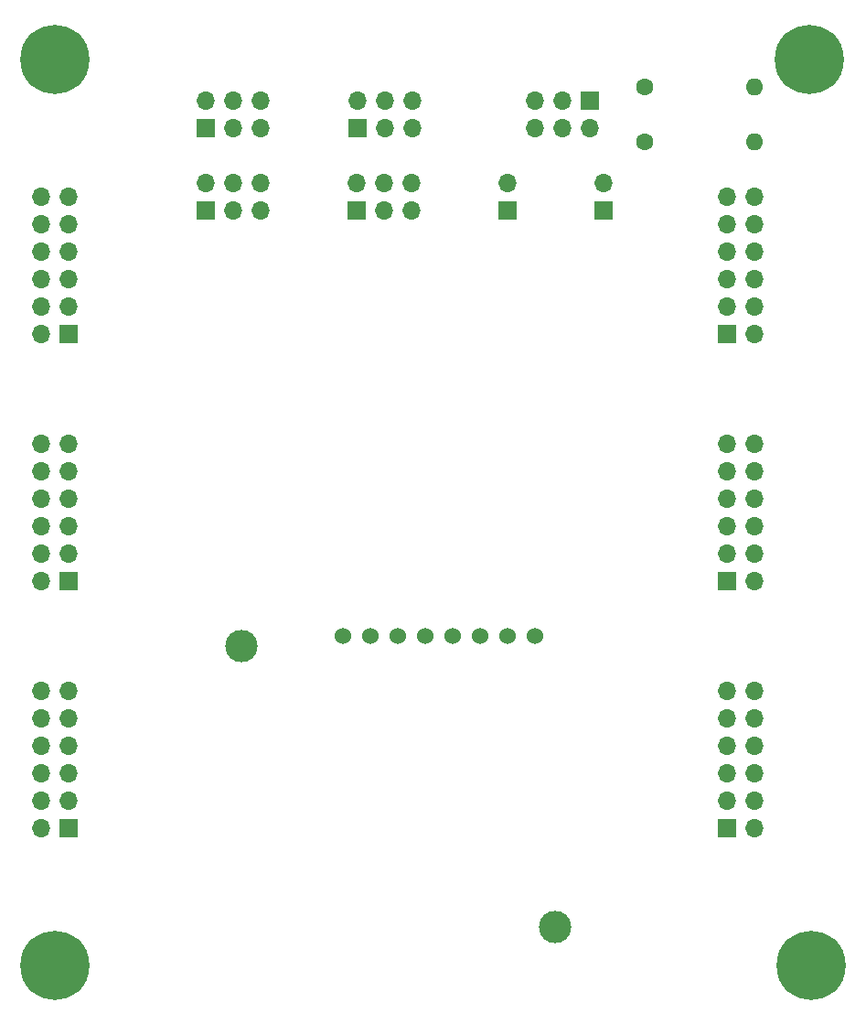
<source format=gbr>
%TF.GenerationSoftware,KiCad,Pcbnew,(6.0.1)*%
%TF.CreationDate,2022-02-02T16:30:56+01:00*%
%TF.ProjectId,modules_board,6d6f6475-6c65-4735-9f62-6f6172642e6b,rev?*%
%TF.SameCoordinates,Original*%
%TF.FileFunction,Soldermask,Top*%
%TF.FilePolarity,Negative*%
%FSLAX46Y46*%
G04 Gerber Fmt 4.6, Leading zero omitted, Abs format (unit mm)*
G04 Created by KiCad (PCBNEW (6.0.1)) date 2022-02-02 16:30:56*
%MOMM*%
%LPD*%
G01*
G04 APERTURE LIST*
%ADD10R,1.700000X1.700000*%
%ADD11O,1.700000X1.700000*%
%ADD12C,0.800000*%
%ADD13C,6.400000*%
%ADD14C,1.600000*%
%ADD15O,1.600000X1.600000*%
%ADD16C,3.000000*%
%ADD17C,1.524000*%
G04 APERTURE END LIST*
D10*
%TO.C,J1*%
X63500000Y-119380000D03*
D11*
X60960000Y-119380000D03*
X63500000Y-116840000D03*
X60960000Y-116840000D03*
X63500000Y-114300000D03*
X60960000Y-114300000D03*
X63500000Y-111760000D03*
X60960000Y-111760000D03*
X63500000Y-109220000D03*
X60960000Y-109220000D03*
X63500000Y-106680000D03*
X60960000Y-106680000D03*
%TD*%
D10*
%TO.C,J2*%
X63500000Y-96520000D03*
D11*
X60960000Y-96520000D03*
X63500000Y-93980000D03*
X60960000Y-93980000D03*
X63500000Y-91440000D03*
X60960000Y-91440000D03*
X63500000Y-88900000D03*
X60960000Y-88900000D03*
X63500000Y-86360000D03*
X60960000Y-86360000D03*
X63500000Y-83820000D03*
X60960000Y-83820000D03*
%TD*%
D10*
%TO.C,J3*%
X63500000Y-73660000D03*
D11*
X60960000Y-73660000D03*
X63500000Y-71120000D03*
X60960000Y-71120000D03*
X63500000Y-68580000D03*
X60960000Y-68580000D03*
X63500000Y-66040000D03*
X60960000Y-66040000D03*
X63500000Y-63500000D03*
X60960000Y-63500000D03*
X63500000Y-60960000D03*
X60960000Y-60960000D03*
%TD*%
D10*
%TO.C,J7*%
X124460000Y-119380000D03*
D11*
X127000000Y-119380000D03*
X124460000Y-116840000D03*
X127000000Y-116840000D03*
X124460000Y-114300000D03*
X127000000Y-114300000D03*
X124460000Y-111760000D03*
X127000000Y-111760000D03*
X124460000Y-109220000D03*
X127000000Y-109220000D03*
X124460000Y-106680000D03*
X127000000Y-106680000D03*
%TD*%
D10*
%TO.C,J8*%
X124460000Y-96520000D03*
D11*
X127000000Y-96520000D03*
X124460000Y-93980000D03*
X127000000Y-93980000D03*
X124460000Y-91440000D03*
X127000000Y-91440000D03*
X124460000Y-88900000D03*
X127000000Y-88900000D03*
X124460000Y-86360000D03*
X127000000Y-86360000D03*
X124460000Y-83820000D03*
X127000000Y-83820000D03*
%TD*%
D10*
%TO.C,J9*%
X124460000Y-73660000D03*
D11*
X127000000Y-73660000D03*
X124460000Y-71120000D03*
X127000000Y-71120000D03*
X124460000Y-68580000D03*
X127000000Y-68580000D03*
X124460000Y-66040000D03*
X127000000Y-66040000D03*
X124460000Y-63500000D03*
X127000000Y-63500000D03*
X124460000Y-60960000D03*
X127000000Y-60960000D03*
%TD*%
D12*
%TO.C,H1*%
X63927056Y-49957056D03*
X60532944Y-49957056D03*
X59830000Y-48260000D03*
X62230000Y-45860000D03*
X62230000Y-50660000D03*
X64630000Y-48260000D03*
D13*
X62230000Y-48260000D03*
D12*
X63927056Y-46562944D03*
X60532944Y-46562944D03*
%TD*%
D13*
%TO.C,H2*%
X62230000Y-132080000D03*
D12*
X62230000Y-129680000D03*
X64630000Y-132080000D03*
X62230000Y-134480000D03*
X60532944Y-133777056D03*
X63927056Y-133777056D03*
X59830000Y-132080000D03*
X60532944Y-130382944D03*
X63927056Y-130382944D03*
%TD*%
%TO.C,H3*%
X130382944Y-49957056D03*
X132080000Y-50660000D03*
X129680000Y-48260000D03*
X134480000Y-48260000D03*
X132080000Y-45860000D03*
D13*
X132080000Y-48260000D03*
D12*
X133777056Y-46562944D03*
X133777056Y-49957056D03*
X130382944Y-46562944D03*
%TD*%
%TO.C,H4*%
X133917056Y-130382944D03*
X130522944Y-133777056D03*
X132220000Y-134480000D03*
X134620000Y-132080000D03*
X129820000Y-132080000D03*
D13*
X132220000Y-132080000D03*
D12*
X130522944Y-130382944D03*
X133917056Y-133777056D03*
X132220000Y-129680000D03*
%TD*%
D14*
%TO.C,R2*%
X116840000Y-55880000D03*
D15*
X127000000Y-55880000D03*
%TD*%
D14*
%TO.C,R1*%
X116840000Y-50800000D03*
D15*
X127000000Y-50800000D03*
%TD*%
D16*
%TO.C,U1*%
X108480000Y-128570000D03*
X79480000Y-102570000D03*
D17*
X88900000Y-101600000D03*
X91440000Y-101600000D03*
X93980000Y-101600000D03*
X96520000Y-101600000D03*
X99060000Y-101600000D03*
X101600000Y-101600000D03*
X104140000Y-101600000D03*
X106680000Y-101600000D03*
%TD*%
D10*
%TO.C,J5*%
X90170000Y-62230000D03*
D11*
X90170000Y-59690000D03*
X92710000Y-62230000D03*
X92710000Y-59690000D03*
X95250000Y-62230000D03*
X95250000Y-59690000D03*
%TD*%
D10*
%TO.C,J6*%
X104140000Y-62230000D03*
D11*
X104140000Y-59690000D03*
%TD*%
D10*
%TO.C,J10*%
X113030000Y-62230000D03*
D11*
X113030000Y-59690000D03*
%TD*%
D10*
%TO.C,J11*%
X111760000Y-52070000D03*
D11*
X111760000Y-54610000D03*
X109220000Y-52070000D03*
X109220000Y-54610000D03*
X106680000Y-52070000D03*
X106680000Y-54610000D03*
%TD*%
D10*
%TO.C,J4*%
X76200000Y-62230000D03*
D11*
X76200000Y-59690000D03*
X78740000Y-62230000D03*
X78740000Y-59690000D03*
X81280000Y-62230000D03*
X81280000Y-59690000D03*
%TD*%
D10*
%TO.C,J12*%
X76200000Y-54610000D03*
D11*
X76200000Y-52070000D03*
X78740000Y-54610000D03*
X78740000Y-52070000D03*
X81280000Y-54610000D03*
X81280000Y-52070000D03*
%TD*%
D10*
%TO.C,J13*%
X90185000Y-54615000D03*
D11*
X90185000Y-52075000D03*
X92725000Y-54615000D03*
X92725000Y-52075000D03*
X95265000Y-54615000D03*
X95265000Y-52075000D03*
%TD*%
M02*

</source>
